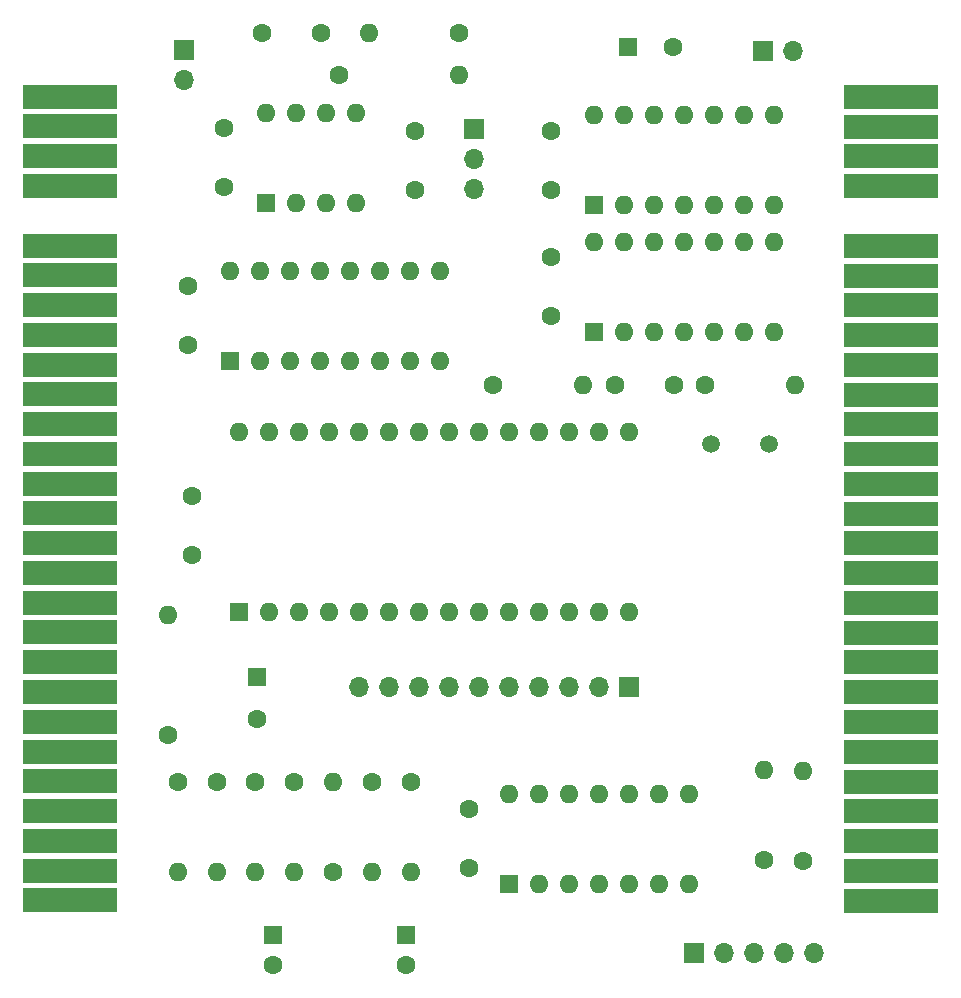
<source format=gts>
G04 #@! TF.GenerationSoftware,KiCad,Pcbnew,6.0.11+dfsg-1*
G04 #@! TF.CreationDate,2025-03-28T14:55:45+01:00*
G04 #@! TF.ProjectId,Melodik2,4d656c6f-6469-46b3-922e-6b696361645f,2.0*
G04 #@! TF.SameCoordinates,Original*
G04 #@! TF.FileFunction,Soldermask,Top*
G04 #@! TF.FilePolarity,Negative*
%FSLAX46Y46*%
G04 Gerber Fmt 4.6, Leading zero omitted, Abs format (unit mm)*
G04 Created by KiCad (PCBNEW 6.0.11+dfsg-1) date 2025-03-28 14:55:45*
%MOMM*%
%LPD*%
G01*
G04 APERTURE LIST*
%ADD10C,1.600000*%
%ADD11O,1.600000X1.600000*%
%ADD12R,1.600000X1.600000*%
%ADD13R,8.000000X2.000000*%
%ADD14R,1.700000X1.700000*%
%ADD15O,1.700000X1.700000*%
%ADD16C,1.500000*%
G04 APERTURE END LIST*
D10*
X144070000Y-48120000D03*
D11*
X136450000Y-48120000D03*
D10*
X120310000Y-111550000D03*
D11*
X120310000Y-119170000D03*
D12*
X155525000Y-62700000D03*
D11*
X158065000Y-62700000D03*
X160605000Y-62700000D03*
X163145000Y-62700000D03*
X165685000Y-62700000D03*
X168225000Y-62700000D03*
X170765000Y-62700000D03*
X170765000Y-55080000D03*
X168225000Y-55080000D03*
X165685000Y-55080000D03*
X163145000Y-55080000D03*
X160605000Y-55080000D03*
X158065000Y-55080000D03*
X155525000Y-55080000D03*
D10*
X121500000Y-92300000D03*
X121500000Y-87300000D03*
D12*
X124675000Y-75850000D03*
D11*
X127215000Y-75850000D03*
X129755000Y-75850000D03*
X132295000Y-75850000D03*
X134835000Y-75850000D03*
X137375000Y-75850000D03*
X139915000Y-75850000D03*
X142455000Y-75850000D03*
X142455000Y-68230000D03*
X139915000Y-68230000D03*
X137375000Y-68230000D03*
X134835000Y-68230000D03*
X132295000Y-68230000D03*
X129755000Y-68230000D03*
X127215000Y-68230000D03*
X124675000Y-68230000D03*
D10*
X157300000Y-77900000D03*
X162300000Y-77900000D03*
X146990000Y-77900000D03*
D11*
X154610000Y-77900000D03*
D10*
X133460000Y-119180000D03*
D11*
X133460000Y-111560000D03*
D10*
X124210000Y-56170000D03*
X124210000Y-61170000D03*
X123610000Y-111550000D03*
D11*
X123610000Y-119170000D03*
D13*
X111180000Y-53510000D03*
X111180000Y-56030000D03*
X111180000Y-58550000D03*
X111180000Y-61070000D03*
X111180000Y-66110000D03*
X111180000Y-68630000D03*
X111180000Y-71150000D03*
X111180000Y-73670000D03*
X111180000Y-76190000D03*
X111180000Y-78710000D03*
X111180000Y-81230000D03*
X111180000Y-83750000D03*
X111180000Y-86270000D03*
X111180000Y-88790000D03*
X111180000Y-91310000D03*
X111180000Y-93830000D03*
X111180000Y-96350000D03*
X111180000Y-98870000D03*
X111180000Y-101390000D03*
X111180000Y-103910000D03*
X111180000Y-106430000D03*
X111180000Y-108950000D03*
X111180000Y-111470000D03*
X111180000Y-113990000D03*
X111180000Y-116510000D03*
X111180000Y-119030000D03*
X111180000Y-121550000D03*
D10*
X136760000Y-111560000D03*
D11*
X136760000Y-119180000D03*
D14*
X158500000Y-103500000D03*
D15*
X155960000Y-103500000D03*
X153420000Y-103500000D03*
X150880000Y-103500000D03*
X148340000Y-103500000D03*
X145800000Y-103500000D03*
X143260000Y-103500000D03*
X140720000Y-103500000D03*
X138180000Y-103500000D03*
X135640000Y-103500000D03*
D16*
X165460000Y-82870000D03*
X170340000Y-82870000D03*
D10*
X164900000Y-77900000D03*
D11*
X172520000Y-77900000D03*
D10*
X130160000Y-111560000D03*
D11*
X130160000Y-119180000D03*
D12*
X127760000Y-62520000D03*
D11*
X130300000Y-62520000D03*
X132840000Y-62520000D03*
X135380000Y-62520000D03*
X135380000Y-54900000D03*
X132840000Y-54900000D03*
X130300000Y-54900000D03*
X127760000Y-54900000D03*
D12*
X158404700Y-49270000D03*
D10*
X162204700Y-49270000D03*
D14*
X169860000Y-49670000D03*
D15*
X172400000Y-49670000D03*
D10*
X140060000Y-111560000D03*
D11*
X140060000Y-119180000D03*
D10*
X151900000Y-67100000D03*
X151900000Y-72100000D03*
X169960000Y-118170000D03*
D11*
X169960000Y-110550000D03*
D10*
X119500000Y-107580000D03*
D11*
X119500000Y-97420000D03*
D14*
X120810000Y-49535000D03*
D15*
X120810000Y-52075000D03*
D12*
X155525000Y-73400000D03*
D11*
X158065000Y-73400000D03*
X160605000Y-73400000D03*
X163145000Y-73400000D03*
X165685000Y-73400000D03*
X168225000Y-73400000D03*
X170765000Y-73400000D03*
X170765000Y-65780000D03*
X168225000Y-65780000D03*
X165685000Y-65780000D03*
X163145000Y-65780000D03*
X160605000Y-65780000D03*
X158065000Y-65780000D03*
X155525000Y-65780000D03*
D14*
X164040000Y-126020000D03*
D15*
X166580000Y-126020000D03*
X169120000Y-126020000D03*
X171660000Y-126020000D03*
X174200000Y-126020000D03*
D10*
X126860000Y-111560000D03*
D11*
X126860000Y-119180000D03*
D12*
X139600000Y-124504900D03*
D10*
X139600000Y-127004900D03*
D12*
X125500000Y-97125000D03*
D11*
X128040000Y-97125000D03*
X130580000Y-97125000D03*
X133120000Y-97125000D03*
X135660000Y-97125000D03*
X138200000Y-97125000D03*
X140740000Y-97125000D03*
X143280000Y-97125000D03*
X145820000Y-97125000D03*
X148360000Y-97125000D03*
X150900000Y-97125000D03*
X153440000Y-97125000D03*
X155980000Y-97125000D03*
X158520000Y-97125000D03*
X158520000Y-81885000D03*
X155980000Y-81885000D03*
X153440000Y-81885000D03*
X150900000Y-81885000D03*
X148360000Y-81885000D03*
X145820000Y-81885000D03*
X143280000Y-81885000D03*
X140740000Y-81885000D03*
X138200000Y-81885000D03*
X135660000Y-81885000D03*
X133120000Y-81885000D03*
X130580000Y-81885000D03*
X128040000Y-81885000D03*
X125500000Y-81885000D03*
D13*
X180700000Y-53530000D03*
X180700000Y-56050000D03*
X180700000Y-58570000D03*
X180700000Y-61090000D03*
X180700000Y-66130000D03*
X180700000Y-68650000D03*
X180700000Y-71170000D03*
X180700000Y-73690000D03*
X180700000Y-76210000D03*
X180700000Y-78730000D03*
X180700000Y-81250000D03*
X180700000Y-83770000D03*
X180700000Y-86290000D03*
X180700000Y-88810000D03*
X180700000Y-91330000D03*
X180700000Y-93850000D03*
X180700000Y-96370000D03*
X180700000Y-98890000D03*
X180700000Y-101410000D03*
X180700000Y-103930000D03*
X180700000Y-106450000D03*
X180700000Y-108970000D03*
X180700000Y-111490000D03*
X180700000Y-114010000D03*
X180700000Y-116530000D03*
X180700000Y-119050000D03*
X180700000Y-121570000D03*
D14*
X145400000Y-56275000D03*
D15*
X145400000Y-58815000D03*
X145400000Y-61355000D03*
D10*
X132410000Y-48120000D03*
X127410000Y-48120000D03*
X173260000Y-118180000D03*
D11*
X173260000Y-110560000D03*
D10*
X121200000Y-69500000D03*
X121200000Y-74500000D03*
X144960000Y-113820000D03*
X144960000Y-118820000D03*
X151900000Y-56400000D03*
X151900000Y-61400000D03*
D12*
X148335000Y-120170000D03*
D11*
X150875000Y-120170000D03*
X153415000Y-120170000D03*
X155955000Y-120170000D03*
X158495000Y-120170000D03*
X161035000Y-120170000D03*
X163575000Y-120170000D03*
X163575000Y-112550000D03*
X161035000Y-112550000D03*
X158495000Y-112550000D03*
X155955000Y-112550000D03*
X153415000Y-112550000D03*
X150875000Y-112550000D03*
X148335000Y-112550000D03*
D10*
X140360000Y-56370000D03*
X140360000Y-61370000D03*
D12*
X127010000Y-102664000D03*
D10*
X127010000Y-106164000D03*
X133930000Y-51670000D03*
D11*
X144090000Y-51670000D03*
D12*
X128350000Y-124499800D03*
D10*
X128350000Y-126999800D03*
M02*

</source>
